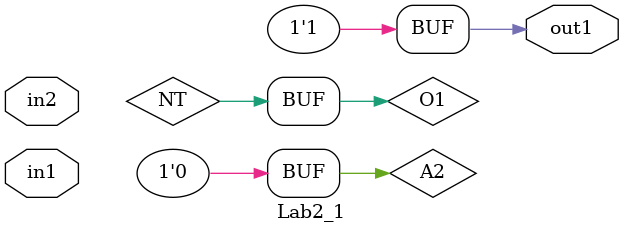
<source format=v>
/*
Name: Kenneth Galindo
Class: ECE 526 Lab
Lab Report: #2
File Name: Lab2_2
*/

`timescale 1 ns/ 100 ps

`define PRIMARY_OUT 	5	//ns (primary outputs)
`define FAN_OUT_1 	0.5	//ns (one output fanout)
`define FAN_OUT_2 	1	//ns (two output fanout)
`define FAN_OUT_3	1.5	//ns (three output fanout)
`define TIME_DELAY_1 	1	//ns (one input gates)
`define TIME_DELAY_2 	2	//ns (two input gates)
`define TIME_DELAY_3	3	//ns (three input gates)
`define TIME_DELAY_4	4	//ns (four input gates)

module Lab2_1 (in1, in2, out1);
	input in1, in2;
	output out1;

	wire NT, A1, A2, O1;

	not #(`TIME_DELAY_1 + `FAN_OUT_3)  NOT1 (NT,in1);
	or #(`TIME_DELAY_2 + `FAN_OUT_1)   OR1 (O1, NT, A2);
	and #(`TIME_DELAY_2 + `FAN_OUT_1)  AND1 (A1,in2,in1);
	and #(`TIME_DELAY_2 + `FAN_OUT_1)  AND2 (A2,in1, NT);
	nand #(`TIME_DELAY_4 + `PRIMARY_OUT)  NAND1 (out1, NT,A1, A2, O1);

endmodule

</source>
